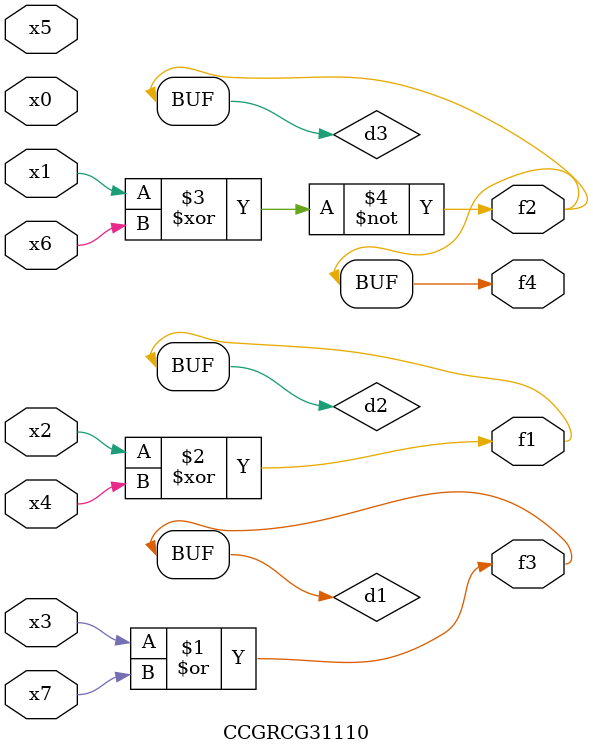
<source format=v>
module CCGRCG31110(
	input x0, x1, x2, x3, x4, x5, x6, x7,
	output f1, f2, f3, f4
);

	wire d1, d2, d3;

	or (d1, x3, x7);
	xor (d2, x2, x4);
	xnor (d3, x1, x6);
	assign f1 = d2;
	assign f2 = d3;
	assign f3 = d1;
	assign f4 = d3;
endmodule

</source>
